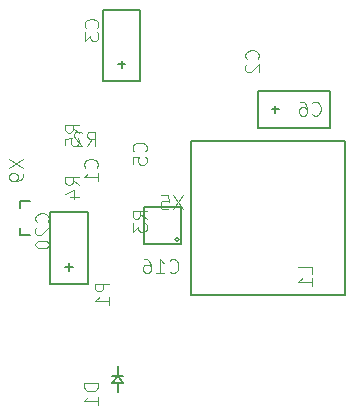
<source format=gbr>
%TF.GenerationSoftware,KiCad,Pcbnew,6.0.4-6f826c9f35~116~ubuntu20.04.1*%
%TF.CreationDate,2022-07-20T12:46:52+00:00*%
%TF.ProjectId,TPS63060V01B,54505336-3330-4363-9056-3031422e6b69,rev?*%
%TF.SameCoordinates,Original*%
%TF.FileFunction,Legend,Bot*%
%TF.FilePolarity,Positive*%
%FSLAX46Y46*%
G04 Gerber Fmt 4.6, Leading zero omitted, Abs format (unit mm)*
G04 Created by KiCad (PCBNEW 6.0.4-6f826c9f35~116~ubuntu20.04.1) date 2022-07-20 12:46:52*
%MOMM*%
%LPD*%
G01*
G04 APERTURE LIST*
%ADD10C,0.093472*%
%ADD11C,0.101600*%
%ADD12C,0.091440*%
%ADD13C,0.152400*%
%ADD14C,0.127000*%
G04 APERTURE END LIST*
D10*
%TO.C,C1*%
X142253788Y-102010739D02*
X142309813Y-101954714D01*
X142365838Y-101786639D01*
X142365838Y-101674588D01*
X142309813Y-101506513D01*
X142197763Y-101394463D01*
X142085713Y-101338438D01*
X141861612Y-101282412D01*
X141693537Y-101282412D01*
X141469436Y-101338438D01*
X141357386Y-101394463D01*
X141245336Y-101506513D01*
X141189310Y-101674588D01*
X141189310Y-101786639D01*
X141245336Y-101954714D01*
X141301361Y-102010739D01*
X142365838Y-103131242D02*
X142365838Y-102458940D01*
X142365838Y-102795091D02*
X141189310Y-102795091D01*
X141357386Y-102683041D01*
X141469436Y-102570991D01*
X141525461Y-102458940D01*
%TO.C,R2*%
X141455415Y-100138338D02*
X141847591Y-99578087D01*
X142127717Y-100138338D02*
X142127717Y-98961810D01*
X141679516Y-98961810D01*
X141567466Y-99017836D01*
X141511440Y-99073861D01*
X141455415Y-99185911D01*
X141455415Y-99353986D01*
X141511440Y-99466037D01*
X141567466Y-99522062D01*
X141679516Y-99578087D01*
X142127717Y-99578087D01*
X141007214Y-99073861D02*
X140951189Y-99017836D01*
X140839139Y-98961810D01*
X140559013Y-98961810D01*
X140446963Y-99017836D01*
X140390938Y-99073861D01*
X140334912Y-99185911D01*
X140334912Y-99297961D01*
X140390938Y-99466037D01*
X141063239Y-100138338D01*
X140334912Y-100138338D01*
%TO.C,C16*%
X148440415Y-110821288D02*
X148496440Y-110877313D01*
X148664516Y-110933338D01*
X148776566Y-110933338D01*
X148944642Y-110877313D01*
X149056692Y-110765263D01*
X149112717Y-110653213D01*
X149168742Y-110429112D01*
X149168742Y-110261037D01*
X149112717Y-110036936D01*
X149056692Y-109924886D01*
X148944642Y-109812836D01*
X148776566Y-109756810D01*
X148664516Y-109756810D01*
X148496440Y-109812836D01*
X148440415Y-109868861D01*
X147319912Y-110933338D02*
X147992214Y-110933338D01*
X147656063Y-110933338D02*
X147656063Y-109756810D01*
X147768114Y-109924886D01*
X147880164Y-110036936D01*
X147992214Y-110092961D01*
X146311460Y-109756810D02*
X146535560Y-109756810D01*
X146647611Y-109812836D01*
X146703636Y-109868861D01*
X146815686Y-110036936D01*
X146871711Y-110261037D01*
X146871711Y-110709238D01*
X146815686Y-110821288D01*
X146759661Y-110877313D01*
X146647611Y-110933338D01*
X146423510Y-110933338D01*
X146311460Y-110877313D01*
X146255435Y-110821288D01*
X146199410Y-110709238D01*
X146199410Y-110429112D01*
X146255435Y-110317062D01*
X146311460Y-110261037D01*
X146423510Y-110205012D01*
X146647611Y-110205012D01*
X146759661Y-110261037D01*
X146815686Y-110317062D01*
X146871711Y-110429112D01*
%TO.C,C2*%
X155906288Y-92803239D02*
X155962313Y-92747214D01*
X156018338Y-92579139D01*
X156018338Y-92467088D01*
X155962313Y-92299013D01*
X155850263Y-92186963D01*
X155738213Y-92130938D01*
X155514112Y-92074912D01*
X155346037Y-92074912D01*
X155121936Y-92130938D01*
X155009886Y-92186963D01*
X154897836Y-92299013D01*
X154841810Y-92467088D01*
X154841810Y-92579139D01*
X154897836Y-92747214D01*
X154953861Y-92803239D01*
X154953861Y-93251440D02*
X154897836Y-93307466D01*
X154841810Y-93419516D01*
X154841810Y-93699642D01*
X154897836Y-93811692D01*
X154953861Y-93867717D01*
X155065911Y-93923742D01*
X155177961Y-93923742D01*
X155346037Y-93867717D01*
X156018338Y-93195415D01*
X156018338Y-93923742D01*
%TO.C,X9*%
X134839310Y-101282412D02*
X136015838Y-102066764D01*
X134839310Y-102066764D02*
X136015838Y-101282412D01*
X136015838Y-102570991D02*
X136015838Y-102795091D01*
X135959813Y-102907142D01*
X135903788Y-102963167D01*
X135735713Y-103075217D01*
X135511612Y-103131242D01*
X135063411Y-103131242D01*
X134951361Y-103075217D01*
X134895336Y-103019192D01*
X134839310Y-102907142D01*
X134839310Y-102683041D01*
X134895336Y-102570991D01*
X134951361Y-102514966D01*
X135063411Y-102458940D01*
X135343537Y-102458940D01*
X135455587Y-102514966D01*
X135511612Y-102570991D01*
X135567637Y-102683041D01*
X135567637Y-102907142D01*
X135511612Y-103019192D01*
X135455587Y-103075217D01*
X135343537Y-103131242D01*
%TO.C,D1*%
X142365838Y-120266982D02*
X141189310Y-120266982D01*
X141189310Y-120547108D01*
X141245336Y-120715183D01*
X141357386Y-120827233D01*
X141469436Y-120883259D01*
X141693537Y-120939284D01*
X141861612Y-120939284D01*
X142085713Y-120883259D01*
X142197763Y-120827233D01*
X142309813Y-120715183D01*
X142365838Y-120547108D01*
X142365838Y-120266982D01*
X142365838Y-122059787D02*
X142365838Y-121387485D01*
X142365838Y-121723636D02*
X141189310Y-121723636D01*
X141357386Y-121611585D01*
X141469436Y-121499535D01*
X141525461Y-121387485D01*
%TO.C,R5*%
X140778338Y-99031784D02*
X140218087Y-98639608D01*
X140778338Y-98359482D02*
X139601810Y-98359482D01*
X139601810Y-98807683D01*
X139657836Y-98919733D01*
X139713861Y-98975759D01*
X139825911Y-99031784D01*
X139993986Y-99031784D01*
X140106037Y-98975759D01*
X140162062Y-98919733D01*
X140218087Y-98807683D01*
X140218087Y-98359482D01*
X139601810Y-100096261D02*
X139601810Y-99536010D01*
X140162062Y-99479985D01*
X140106037Y-99536010D01*
X140050012Y-99648060D01*
X140050012Y-99928186D01*
X140106037Y-100040236D01*
X140162062Y-100096261D01*
X140274112Y-100152287D01*
X140554238Y-100152287D01*
X140666288Y-100096261D01*
X140722313Y-100040236D01*
X140778338Y-99928186D01*
X140778338Y-99648060D01*
X140722313Y-99536010D01*
X140666288Y-99479985D01*
D11*
%TO.C,L1*%
X160510461Y-110984211D02*
X160510461Y-110427830D01*
X159342061Y-110427830D01*
X160510461Y-111985697D02*
X160510461Y-111318040D01*
X160510461Y-111651868D02*
X159342061Y-111651868D01*
X159508976Y-111540592D01*
X159620252Y-111429316D01*
X159675890Y-111318040D01*
D10*
%TO.C,R3*%
X146493338Y-106334284D02*
X145933087Y-105942108D01*
X146493338Y-105661982D02*
X145316810Y-105661982D01*
X145316810Y-106110183D01*
X145372836Y-106222233D01*
X145428861Y-106278259D01*
X145540911Y-106334284D01*
X145708986Y-106334284D01*
X145821037Y-106278259D01*
X145877062Y-106222233D01*
X145933087Y-106110183D01*
X145933087Y-105661982D01*
X145316810Y-106726460D02*
X145316810Y-107454787D01*
X145765012Y-107062611D01*
X145765012Y-107230686D01*
X145821037Y-107342736D01*
X145877062Y-107398761D01*
X145989112Y-107454787D01*
X146269238Y-107454787D01*
X146381288Y-107398761D01*
X146437313Y-107342736D01*
X146493338Y-107230686D01*
X146493338Y-106894535D01*
X146437313Y-106782485D01*
X146381288Y-106726460D01*
%TO.C,C5*%
X146381288Y-100619284D02*
X146437313Y-100563259D01*
X146493338Y-100395183D01*
X146493338Y-100283133D01*
X146437313Y-100115057D01*
X146325263Y-100003007D01*
X146213213Y-99946982D01*
X145989112Y-99890957D01*
X145821037Y-99890957D01*
X145596936Y-99946982D01*
X145484886Y-100003007D01*
X145372836Y-100115057D01*
X145316810Y-100283133D01*
X145316810Y-100395183D01*
X145372836Y-100563259D01*
X145428861Y-100619284D01*
X145316810Y-101683761D02*
X145316810Y-101123510D01*
X145877062Y-101067485D01*
X145821037Y-101123510D01*
X145765012Y-101235560D01*
X145765012Y-101515686D01*
X145821037Y-101627736D01*
X145877062Y-101683761D01*
X145989112Y-101739787D01*
X146269238Y-101739787D01*
X146381288Y-101683761D01*
X146437313Y-101627736D01*
X146493338Y-101515686D01*
X146493338Y-101235560D01*
X146437313Y-101123510D01*
X146381288Y-101067485D01*
%TO.C,C6*%
X160505415Y-97486288D02*
X160561440Y-97542313D01*
X160729516Y-97598338D01*
X160841566Y-97598338D01*
X161009642Y-97542313D01*
X161121692Y-97430263D01*
X161177717Y-97318213D01*
X161233742Y-97094112D01*
X161233742Y-96926037D01*
X161177717Y-96701936D01*
X161121692Y-96589886D01*
X161009642Y-96477836D01*
X160841566Y-96421810D01*
X160729516Y-96421810D01*
X160561440Y-96477836D01*
X160505415Y-96533861D01*
X159496963Y-96421810D02*
X159721063Y-96421810D01*
X159833114Y-96477836D01*
X159889139Y-96533861D01*
X160001189Y-96701936D01*
X160057214Y-96926037D01*
X160057214Y-97374238D01*
X160001189Y-97486288D01*
X159945164Y-97542313D01*
X159833114Y-97598338D01*
X159609013Y-97598338D01*
X159496963Y-97542313D01*
X159440938Y-97486288D01*
X159384912Y-97374238D01*
X159384912Y-97094112D01*
X159440938Y-96982062D01*
X159496963Y-96926037D01*
X159609013Y-96870012D01*
X159833114Y-96870012D01*
X159945164Y-96926037D01*
X160001189Y-96982062D01*
X160057214Y-97094112D01*
%TO.C,R4*%
X140778338Y-103476784D02*
X140218087Y-103084608D01*
X140778338Y-102804482D02*
X139601810Y-102804482D01*
X139601810Y-103252683D01*
X139657836Y-103364733D01*
X139713861Y-103420759D01*
X139825911Y-103476784D01*
X139993986Y-103476784D01*
X140106037Y-103420759D01*
X140162062Y-103364733D01*
X140218087Y-103252683D01*
X140218087Y-102804482D01*
X139993986Y-104485236D02*
X140778338Y-104485236D01*
X139545785Y-104205111D02*
X140386162Y-103924985D01*
X140386162Y-104653312D01*
D11*
%TO.C,C3*%
X142301685Y-90140487D02*
X142357323Y-90084849D01*
X142412961Y-89917935D01*
X142412961Y-89806659D01*
X142357323Y-89639744D01*
X142246047Y-89528468D01*
X142134771Y-89472830D01*
X141912219Y-89417192D01*
X141745304Y-89417192D01*
X141522752Y-89472830D01*
X141411476Y-89528468D01*
X141300200Y-89639744D01*
X141244561Y-89806659D01*
X141244561Y-89917935D01*
X141300200Y-90084849D01*
X141355838Y-90140487D01*
X141244561Y-90529954D02*
X141244561Y-91253249D01*
X141689666Y-90863782D01*
X141689666Y-91030697D01*
X141745304Y-91141973D01*
X141800942Y-91197611D01*
X141912219Y-91253249D01*
X142190409Y-91253249D01*
X142301685Y-91197611D01*
X142357323Y-91141973D01*
X142412961Y-91030697D01*
X142412961Y-90696868D01*
X142357323Y-90585592D01*
X142301685Y-90529954D01*
D10*
%TO.C,P1*%
X143318338Y-111815938D02*
X142141810Y-111815938D01*
X142141810Y-112264139D01*
X142197836Y-112376189D01*
X142253861Y-112432214D01*
X142365911Y-112488239D01*
X142533986Y-112488239D01*
X142646037Y-112432214D01*
X142702062Y-112376189D01*
X142758087Y-112264139D01*
X142758087Y-111815938D01*
X143318338Y-113608742D02*
X143318338Y-112936440D01*
X143318338Y-113272591D02*
X142141810Y-113272591D01*
X142309886Y-113160541D01*
X142421936Y-113048491D01*
X142477961Y-112936440D01*
D12*
%TO.C,X5*%
X149543298Y-104358198D02*
X148757591Y-105536758D01*
X148757591Y-104358198D02*
X149543298Y-105536758D01*
X147747397Y-104358198D02*
X148308616Y-104358198D01*
X148364738Y-104919417D01*
X148308616Y-104863295D01*
X148196372Y-104807173D01*
X147915763Y-104807173D01*
X147803519Y-104863295D01*
X147747397Y-104919417D01*
X147691275Y-105031660D01*
X147691275Y-105312270D01*
X147747397Y-105424514D01*
X147803519Y-105480636D01*
X147915763Y-105536758D01*
X148196372Y-105536758D01*
X148308616Y-105480636D01*
X148364738Y-105424514D01*
D10*
%TO.C,C20*%
X138126288Y-106605236D02*
X138182313Y-106549211D01*
X138238338Y-106381136D01*
X138238338Y-106269086D01*
X138182313Y-106101010D01*
X138070263Y-105988960D01*
X137958213Y-105932935D01*
X137734112Y-105876910D01*
X137566037Y-105876910D01*
X137341936Y-105932935D01*
X137229886Y-105988960D01*
X137117836Y-106101010D01*
X137061810Y-106269086D01*
X137061810Y-106381136D01*
X137117836Y-106549211D01*
X137173861Y-106605236D01*
X137173861Y-107053438D02*
X137117836Y-107109463D01*
X137061810Y-107221513D01*
X137061810Y-107501639D01*
X137117836Y-107613689D01*
X137173861Y-107669714D01*
X137285911Y-107725739D01*
X137397961Y-107725739D01*
X137566037Y-107669714D01*
X138238338Y-106997412D01*
X138238338Y-107725739D01*
X137061810Y-108454066D02*
X137061810Y-108566116D01*
X137117836Y-108678167D01*
X137173861Y-108734192D01*
X137285911Y-108790217D01*
X137510012Y-108846242D01*
X137790137Y-108846242D01*
X138014238Y-108790217D01*
X138126288Y-108734192D01*
X138182313Y-108678167D01*
X138238338Y-108566116D01*
X138238338Y-108454066D01*
X138182313Y-108342016D01*
X138126288Y-108285991D01*
X138014238Y-108229966D01*
X137790137Y-108173940D01*
X137510012Y-108173940D01*
X137285911Y-108229966D01*
X137173861Y-108285991D01*
X137117836Y-108342016D01*
X137061810Y-108454066D01*
D13*
%TO.C,X9*%
X136588500Y-104851200D02*
X135775700Y-104851200D01*
X135775700Y-104851200D02*
X135775700Y-105410000D01*
X135775700Y-107137200D02*
X135775700Y-107696000D01*
X135775700Y-107696000D02*
X136588500Y-107696000D01*
D14*
%TO.C,D1*%
X143579800Y-120243600D02*
X144056100Y-119608600D01*
X144056100Y-120243600D02*
X144056100Y-121037400D01*
X144056100Y-119608600D02*
X144056100Y-118814800D01*
X144532400Y-120243600D02*
X144056100Y-120243600D01*
X144056100Y-119608600D02*
X143579800Y-119608600D01*
X144056100Y-120243600D02*
X143579800Y-120243600D01*
X144056100Y-119608600D02*
X144532400Y-120243600D01*
X144056100Y-119608600D02*
X144532400Y-119608600D01*
%TO.C,L1*%
X150256100Y-99773600D02*
X163256100Y-99773600D01*
X163256100Y-112773600D02*
X150256100Y-112773600D01*
X150256100Y-112773600D02*
X150256100Y-99773600D01*
X163256100Y-99773600D02*
X163256100Y-112773600D01*
%TO.C,C6*%
X155962300Y-98653600D02*
X161994900Y-98653600D01*
X155962300Y-95478600D02*
X155962300Y-98653600D01*
X161994900Y-98653600D02*
X161994900Y-95478600D01*
X161994900Y-95478600D02*
X155962300Y-95478600D01*
X157391100Y-97383600D02*
X157391100Y-96748600D01*
X157708600Y-97066100D02*
X157073600Y-97066100D01*
%TO.C,C3*%
X145961100Y-88652300D02*
X142786100Y-88652300D01*
X142786100Y-88652300D02*
X142786100Y-94684900D01*
X142786100Y-94684900D02*
X145961100Y-94684900D01*
X144373600Y-92938600D02*
X144373600Y-93573600D01*
X145961100Y-94684900D02*
X145961100Y-88652300D01*
X144691100Y-93256100D02*
X144056100Y-93256100D01*
%TO.C,X5*%
X149441100Y-105333600D02*
X149441100Y-108483600D01*
X146291100Y-105333600D02*
X149441100Y-105333600D01*
X149441100Y-108483600D02*
X146291100Y-108483600D01*
X146291100Y-108483600D02*
X146291100Y-105333600D01*
X149230287Y-108077000D02*
G75*
G03*
X149230287Y-108077000I-170387J0D01*
G01*
%TO.C,C20*%
X140246100Y-110401100D02*
X139611100Y-110401100D01*
X141516100Y-111829900D02*
X141516100Y-105797300D01*
X138341100Y-111829900D02*
X141516100Y-111829900D01*
X141516100Y-105797300D02*
X138341100Y-105797300D01*
X139928600Y-110083600D02*
X139928600Y-110718600D01*
X138341100Y-105797300D02*
X138341100Y-111829900D01*
%TD*%
M02*

</source>
